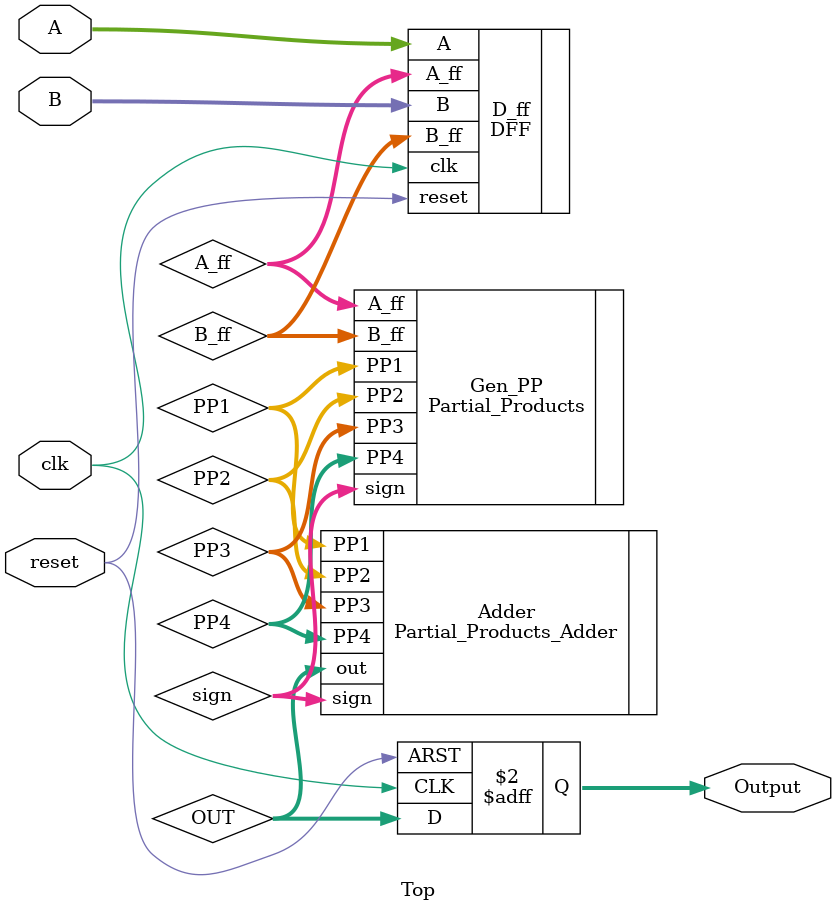
<source format=v>
`timescale 1ns / 1ps

module Top( clk , reset , A , B , Output);
    input clk;
    input reset;
    input [7:0] A;
    input [7:0] B;
    output reg [15:0] Output;
    
    wire [7:0] A_ff , B_ff;
    wire [8:0] PP1 ,PP2 ,PP3 ,PP4;
    wire [3:0] sign;
    wire [15:0] OUT;
    
    DFF D_ff(.clk(clk) , 
            .reset(reset) , 
            .A(A) , 
            .B(B)  ,
            .A_ff(A_ff) ,
            .B_ff(B_ff) );
        
    Partial_Products Gen_PP (
            .A_ff(A_ff),
            .B_ff(B_ff),
            .PP1(PP1),
            .PP2(PP2),
            .PP3(PP3),
            .PP4(PP4),
            .sign(sign)
        );
        
    Partial_Products_Adder Adder(.PP1(PP1) , 
            .PP2(PP2) , 
            .PP3(PP3) , 
            .PP4(PP4) , 
            .sign(sign) , 
            .out(OUT));
    
    always @(posedge clk or posedge reset) begin
        if(reset)
            Output <= 16'b0;
        else
            Output <= OUT; 
    end
endmodule


</source>
